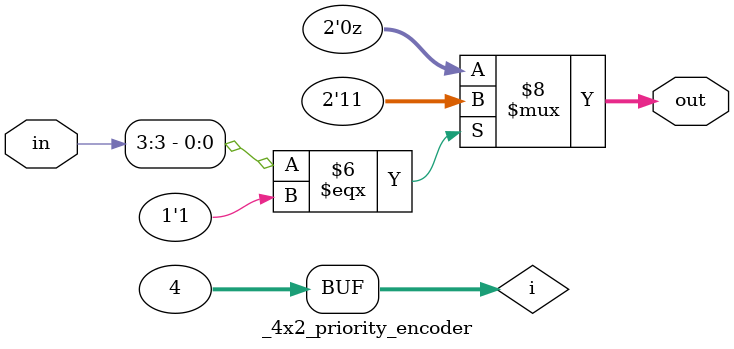
<source format=v>
module _4x2_priority_encoder (
    input [3:0]in,
    output reg [1:0]out
);
integer i;
always @(*) begin
    for(i=0;i<4;i=i+1) begin
        if(in[i]===1'b1) begin
            out<=i;
            i<=4;
        end
        else out=1'bz;
    end
end
endmodule

</source>
